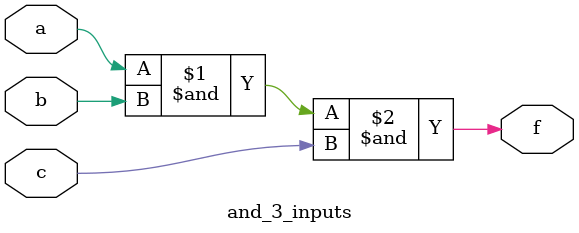
<source format=sv>
module and_3_inputs (output logic f, input logic a, b, c);
	// this is the design to test
	assign f = a & b & c;
endmodule

</source>
